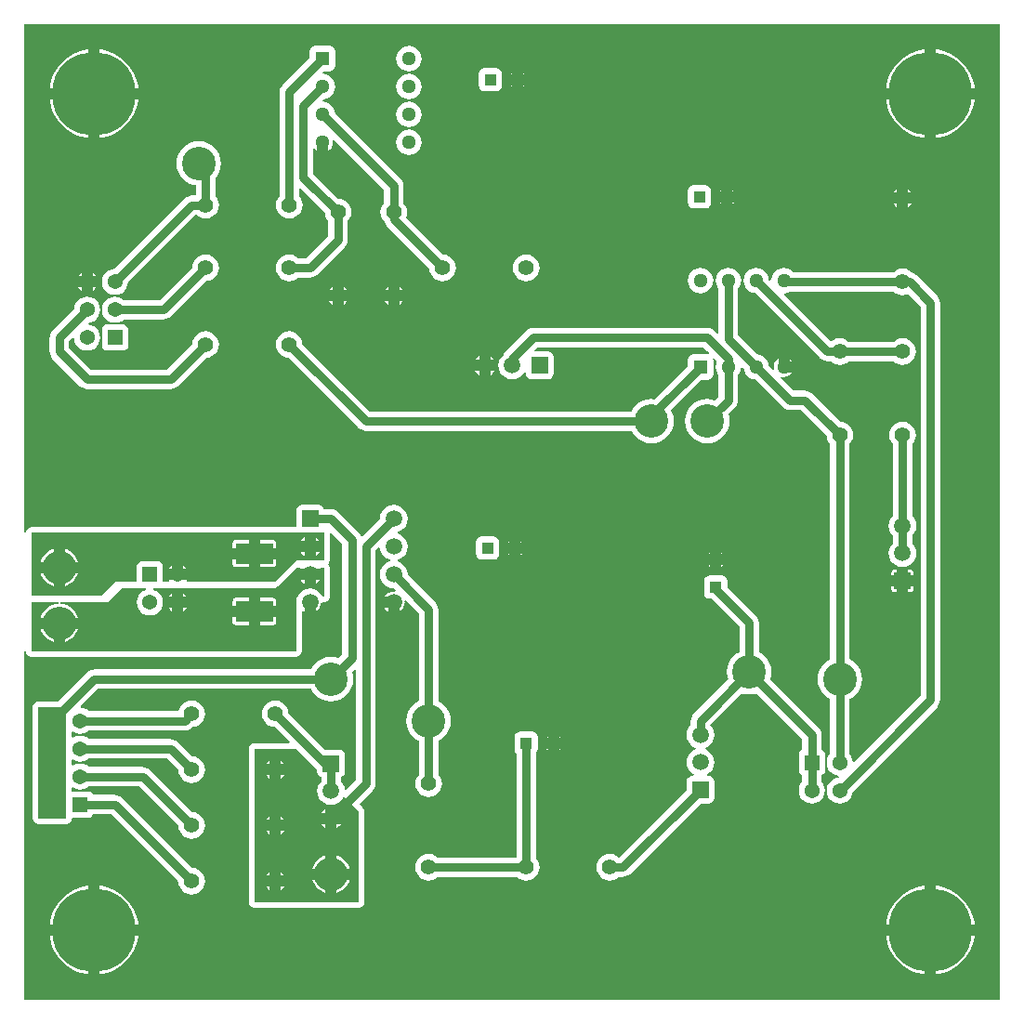
<source format=gbr>
G04 Layer_Physical_Order=1*
G04 Layer_Color=255*
%FSLAX23Y23*%
%MOIN*%
%TF.FileFunction,Copper,L1,Top,Signal*%
%TF.Part,Single*%
G01*
G75*
%TA.AperFunction,SMDPad,CuDef*%
%ADD10R,0.135X0.076*%
%TA.AperFunction,Conductor*%
%ADD11C,0.030*%
%ADD12R,0.100X0.400*%
%TA.AperFunction,ViaPad*%
%ADD13C,0.300*%
%ADD14C,0.120*%
%TA.AperFunction,ComponentPad*%
%ADD15R,0.043X0.043*%
%ADD16C,0.043*%
%ADD17R,0.043X0.043*%
%ADD18C,0.055*%
%ADD19C,0.059*%
%ADD20R,0.059X0.059*%
%ADD21C,0.054*%
%ADD22R,0.054X0.054*%
%ADD23R,0.059X0.059*%
%ADD24C,0.051*%
%ADD25R,0.051X0.051*%
%ADD26C,0.059*%
%ADD27R,0.059X0.059*%
%ADD28R,0.051X0.051*%
G36*
X2050Y1825D02*
Y1817D01*
X2052Y1809D01*
X2056Y1803D01*
X2063Y1799D01*
X2065Y1798D01*
Y1784D01*
X2065Y1784D01*
X2057Y1773D01*
X2052Y1761D01*
X2050Y1748D01*
X2052Y1736D01*
X2057Y1724D01*
X2065Y1713D01*
X2075Y1705D01*
X2087Y1700D01*
X2100Y1699D01*
X2113Y1700D01*
X2125Y1705D01*
X2135Y1713D01*
X2143Y1724D01*
X2144Y1725D01*
X2149Y1726D01*
X2200Y1675D01*
Y1350D01*
X1825Y1350D01*
Y1900D01*
X1975D01*
X2050Y1825D01*
D02*
G37*
G36*
X2075Y2446D02*
X2070Y2445D01*
X2068Y2450D01*
X2060Y2460D01*
X2050Y2468D01*
X2038Y2473D01*
X2025Y2475D01*
X2012Y2473D01*
X2000Y2468D01*
X1990Y2460D01*
X1982Y2450D01*
X1977Y2438D01*
X1975Y2425D01*
X1975D01*
Y2250D01*
X1025D01*
Y2425D01*
X1121D01*
X1122Y2420D01*
X1111Y2419D01*
X1098Y2415D01*
X1086Y2408D01*
X1075Y2400D01*
X1067Y2389D01*
X1060Y2377D01*
X1058Y2370D01*
X1125D01*
X1192D01*
X1190Y2377D01*
X1183Y2389D01*
X1175Y2400D01*
X1164Y2408D01*
X1152Y2415D01*
X1139Y2419D01*
X1128Y2420D01*
X1129Y2425D01*
X1300D01*
X1350Y2475D01*
X1436D01*
X1437Y2470D01*
X1426Y2466D01*
X1417Y2458D01*
X1409Y2449D01*
X1405Y2437D01*
X1403Y2425D01*
X1405Y2413D01*
X1409Y2401D01*
X1417Y2392D01*
X1426Y2384D01*
X1438Y2380D01*
X1450Y2378D01*
X1462Y2380D01*
X1474Y2384D01*
X1483Y2392D01*
X1491Y2401D01*
X1495Y2413D01*
X1497Y2425D01*
X1495Y2437D01*
X1491Y2449D01*
X1483Y2458D01*
X1474Y2466D01*
X1463Y2470D01*
X1464Y2475D01*
X1900D01*
X1906Y2481D01*
X1908Y2481D01*
X1914Y2486D01*
X1978Y2550D01*
X1989D01*
X1991Y2546D01*
X1991Y2545D01*
X2059D01*
X2059Y2546D01*
X2061Y2550D01*
X2075D01*
Y2446D01*
D02*
G37*
G36*
X4500Y1000D02*
X1000D01*
Y2250D01*
X1005Y2250D01*
X1006Y2242D01*
X1011Y2236D01*
X1017Y2231D01*
X1025Y2230D01*
X1975D01*
X1983Y2231D01*
X1989Y2236D01*
X1994Y2242D01*
X1995Y2250D01*
Y2392D01*
X2000Y2394D01*
X2005Y2391D01*
Y2425D01*
X2045D01*
Y2391D01*
X2053Y2397D01*
X2060Y2405D01*
X2063Y2415D01*
X2064Y2421D01*
X2065Y2422D01*
X2070Y2425D01*
X2070Y2425D01*
X2072Y2425D01*
X2074D01*
X2079Y2426D01*
X2081Y2427D01*
X2083Y2427D01*
X2084Y2428D01*
X2086Y2429D01*
X2088Y2431D01*
X2089Y2432D01*
X2090Y2433D01*
X2092Y2435D01*
X2092Y2437D01*
X2094Y2438D01*
X2094Y2440D01*
X2095Y2442D01*
Y2444D01*
X2095Y2446D01*
Y2550D01*
X2094Y2558D01*
X2090Y2562D01*
X2094Y2567D01*
X2095Y2575D01*
Y2673D01*
X2100Y2676D01*
X2140Y2636D01*
Y2239D01*
X2126Y2225D01*
X2116Y2229D01*
X2100Y2230D01*
X2084Y2229D01*
X2069Y2224D01*
X2056Y2217D01*
X2043Y2207D01*
X2033Y2194D01*
X2028Y2185D01*
X1250D01*
X1245Y2184D01*
X1241Y2184D01*
X1237Y2182D01*
X1233Y2180D01*
X1225Y2175D01*
X1121Y2070D01*
X1050D01*
X1042Y2069D01*
X1036Y2064D01*
X1031Y2058D01*
X1030Y2050D01*
Y1650D01*
X1031Y1642D01*
X1036Y1636D01*
X1042Y1631D01*
X1050Y1630D01*
X1150D01*
X1158Y1631D01*
X1164Y1636D01*
X1169Y1642D01*
X1170Y1649D01*
X1173Y1653D01*
X1227D01*
X1235Y1654D01*
X1241Y1659D01*
X1245Y1665D01*
X1311D01*
X1553Y1423D01*
X1554Y1413D01*
X1559Y1401D01*
X1566Y1391D01*
X1576Y1384D01*
X1588Y1379D01*
X1600Y1377D01*
X1612Y1379D01*
X1624Y1384D01*
X1634Y1391D01*
X1641Y1401D01*
X1646Y1413D01*
X1648Y1425D01*
X1646Y1437D01*
X1641Y1449D01*
X1634Y1459D01*
X1624Y1466D01*
X1612Y1471D01*
X1602Y1472D01*
X1350Y1725D01*
X1342Y1730D01*
X1334Y1734D01*
X1330Y1734D01*
X1325Y1735D01*
X1245D01*
X1241Y1741D01*
X1235Y1746D01*
X1227Y1747D01*
X1173D01*
X1170Y1749D01*
Y1759D01*
X1175Y1761D01*
X1176Y1759D01*
X1188Y1755D01*
X1200Y1753D01*
X1212Y1755D01*
X1224Y1759D01*
X1231Y1765D01*
X1411D01*
X1553Y1623D01*
X1554Y1613D01*
X1559Y1601D01*
X1566Y1591D01*
X1576Y1584D01*
X1588Y1579D01*
X1600Y1577D01*
X1612Y1579D01*
X1624Y1584D01*
X1634Y1591D01*
X1641Y1601D01*
X1646Y1613D01*
X1648Y1625D01*
X1646Y1637D01*
X1641Y1649D01*
X1634Y1659D01*
X1624Y1666D01*
X1612Y1671D01*
X1602Y1672D01*
X1450Y1825D01*
X1442Y1830D01*
X1434Y1834D01*
X1430Y1834D01*
X1425Y1835D01*
X1231D01*
X1224Y1841D01*
X1212Y1845D01*
X1200Y1847D01*
X1188Y1845D01*
X1176Y1841D01*
X1175Y1839D01*
X1170Y1841D01*
Y1859D01*
X1175Y1861D01*
X1176Y1859D01*
X1188Y1855D01*
X1200Y1853D01*
X1212Y1855D01*
X1224Y1859D01*
X1231Y1865D01*
X1511D01*
X1553Y1823D01*
X1554Y1813D01*
X1559Y1801D01*
X1566Y1791D01*
X1576Y1784D01*
X1588Y1779D01*
X1600Y1777D01*
X1612Y1779D01*
X1624Y1784D01*
X1634Y1791D01*
X1641Y1801D01*
X1646Y1813D01*
X1648Y1825D01*
X1646Y1837D01*
X1641Y1849D01*
X1634Y1859D01*
X1624Y1866D01*
X1612Y1871D01*
X1602Y1872D01*
X1550Y1925D01*
X1542Y1930D01*
X1534Y1934D01*
X1530Y1934D01*
X1525Y1935D01*
X1231D01*
X1224Y1941D01*
X1212Y1945D01*
X1200Y1947D01*
X1188Y1945D01*
X1176Y1941D01*
X1175Y1939D01*
X1170Y1941D01*
Y1959D01*
X1175Y1961D01*
X1176Y1959D01*
X1188Y1955D01*
X1200Y1953D01*
X1212Y1955D01*
X1224Y1959D01*
X1231Y1965D01*
X1575D01*
X1580Y1966D01*
X1584Y1966D01*
X1592Y1970D01*
X1600Y1975D01*
X1602Y1978D01*
X1612Y1979D01*
X1624Y1984D01*
X1634Y1991D01*
X1641Y2001D01*
X1646Y2013D01*
X1648Y2025D01*
X1646Y2037D01*
X1641Y2049D01*
X1634Y2059D01*
X1624Y2066D01*
X1612Y2071D01*
X1600Y2073D01*
X1588Y2071D01*
X1576Y2066D01*
X1566Y2059D01*
X1559Y2049D01*
X1554Y2037D01*
X1554Y2035D01*
X1231D01*
X1224Y2041D01*
X1212Y2045D01*
X1203Y2047D01*
X1201Y2052D01*
X1264Y2115D01*
X2028D01*
X2033Y2106D01*
X2043Y2093D01*
X2056Y2083D01*
X2069Y2076D01*
X2084Y2071D01*
X2100Y2070D01*
X2116Y2071D01*
X2131Y2076D01*
X2144Y2083D01*
X2157Y2093D01*
X2167Y2106D01*
X2174Y2119D01*
X2179Y2134D01*
X2180Y2150D01*
X2179Y2166D01*
X2175Y2176D01*
X2185Y2186D01*
X2190Y2184D01*
Y1789D01*
X2154Y1753D01*
X2149Y1755D01*
X2148Y1761D01*
X2143Y1773D01*
X2135Y1784D01*
X2135Y1784D01*
Y1798D01*
X2137Y1799D01*
X2144Y1803D01*
X2148Y1809D01*
X2150Y1817D01*
Y1877D01*
X2148Y1884D01*
X2144Y1891D01*
X2137Y1895D01*
X2130Y1897D01*
X2078D01*
X1947Y2027D01*
X1946Y2037D01*
X1941Y2049D01*
X1934Y2059D01*
X1924Y2066D01*
X1912Y2071D01*
X1900Y2073D01*
X1888Y2071D01*
X1876Y2066D01*
X1866Y2059D01*
X1859Y2049D01*
X1854Y2037D01*
X1852Y2025D01*
X1854Y2013D01*
X1859Y2001D01*
X1866Y1991D01*
X1876Y1984D01*
X1888Y1979D01*
X1898Y1978D01*
X1951Y1925D01*
X1949Y1920D01*
X1825D01*
X1817Y1919D01*
X1811Y1914D01*
X1806Y1908D01*
X1805Y1900D01*
Y1350D01*
X1806Y1342D01*
X1811Y1336D01*
X1817Y1331D01*
X1825Y1330D01*
X2200Y1330D01*
X2208Y1331D01*
X2214Y1336D01*
X2219Y1342D01*
X2220Y1350D01*
Y1675D01*
X2219Y1683D01*
X2214Y1689D01*
X2201Y1702D01*
X2250Y1750D01*
X2255Y1758D01*
X2259Y1766D01*
X2260Y1775D01*
Y2611D01*
X2271Y2621D01*
X2276Y2620D01*
X2277Y2612D01*
X2282Y2600D01*
X2290Y2590D01*
X2300Y2582D01*
X2311Y2578D01*
X2311Y2577D01*
Y2573D01*
X2311Y2572D01*
X2300Y2568D01*
X2290Y2560D01*
X2282Y2550D01*
X2277Y2538D01*
X2275Y2525D01*
X2277Y2512D01*
X2282Y2500D01*
X2290Y2490D01*
X2300Y2482D01*
X2312Y2477D01*
X2325Y2475D01*
X2325Y2475D01*
X2331Y2469D01*
X2329Y2464D01*
X2325Y2465D01*
X2315Y2463D01*
X2305Y2460D01*
X2297Y2453D01*
X2291Y2445D01*
X2325D01*
Y2425D01*
X2345D01*
Y2391D01*
X2353Y2397D01*
X2360Y2405D01*
X2363Y2415D01*
X2365Y2425D01*
X2364Y2429D01*
X2369Y2431D01*
X2415Y2386D01*
Y2072D01*
X2406Y2067D01*
X2393Y2057D01*
X2383Y2044D01*
X2376Y2031D01*
X2371Y2016D01*
X2370Y2000D01*
X2371Y1984D01*
X2376Y1969D01*
X2383Y1956D01*
X2393Y1943D01*
X2406Y1933D01*
X2415Y1928D01*
Y1807D01*
X2409Y1799D01*
X2404Y1787D01*
X2402Y1775D01*
X2404Y1763D01*
X2409Y1751D01*
X2416Y1741D01*
X2426Y1734D01*
X2438Y1729D01*
X2450Y1727D01*
X2462Y1729D01*
X2474Y1734D01*
X2484Y1741D01*
X2491Y1751D01*
X2496Y1763D01*
X2498Y1775D01*
X2496Y1787D01*
X2491Y1799D01*
X2485Y1807D01*
Y1928D01*
X2494Y1933D01*
X2507Y1943D01*
X2517Y1956D01*
X2524Y1969D01*
X2529Y1984D01*
X2530Y2000D01*
X2529Y2016D01*
X2524Y2031D01*
X2517Y2044D01*
X2507Y2057D01*
X2494Y2067D01*
X2485Y2072D01*
Y2400D01*
X2484Y2409D01*
X2480Y2417D01*
X2475Y2425D01*
X2375Y2525D01*
X2375Y2525D01*
X2373Y2538D01*
X2368Y2550D01*
X2360Y2560D01*
X2350Y2568D01*
X2339Y2572D01*
X2339Y2573D01*
Y2577D01*
X2339Y2578D01*
X2350Y2582D01*
X2360Y2590D01*
X2368Y2600D01*
X2373Y2612D01*
X2375Y2625D01*
X2373Y2638D01*
X2368Y2650D01*
X2360Y2660D01*
X2350Y2668D01*
X2339Y2672D01*
X2339Y2673D01*
Y2677D01*
X2339Y2678D01*
X2350Y2682D01*
X2360Y2690D01*
X2368Y2700D01*
X2373Y2712D01*
X2375Y2725D01*
X2373Y2738D01*
X2368Y2750D01*
X2360Y2760D01*
X2350Y2768D01*
X2338Y2773D01*
X2325Y2775D01*
X2312Y2773D01*
X2300Y2768D01*
X2290Y2760D01*
X2282Y2750D01*
X2277Y2738D01*
X2275Y2725D01*
X2275Y2725D01*
X2213Y2662D01*
X2207Y2663D01*
X2205Y2667D01*
X2200Y2675D01*
X2125Y2750D01*
X2117Y2755D01*
X2109Y2759D01*
X2105Y2759D01*
X2100Y2760D01*
X2073D01*
X2073Y2762D01*
X2069Y2769D01*
X2062Y2773D01*
X2055Y2775D01*
X1995D01*
X1988Y2773D01*
X1981Y2769D01*
X1977Y2762D01*
X1975Y2754D01*
Y2695D01*
X1975Y2695D01*
X1750Y2695D01*
X1025Y2695D01*
X1017Y2694D01*
X1011Y2689D01*
X1006Y2683D01*
X1005Y2675D01*
X1000Y2675D01*
Y4500D01*
X4500D01*
Y1000D01*
D02*
G37*
G36*
X2075Y2575D02*
X1975D01*
X1900Y2500D01*
X1583D01*
X1581Y2504D01*
X1581Y2505D01*
X1550D01*
X1519D01*
X1519Y2504D01*
X1517Y2500D01*
X1497D01*
Y2552D01*
X1496Y2560D01*
X1491Y2566D01*
X1485Y2571D01*
X1477Y2572D01*
X1423D01*
X1415Y2571D01*
X1409Y2566D01*
X1404Y2560D01*
X1403Y2552D01*
Y2500D01*
X1325D01*
X1275Y2450D01*
X1025Y2450D01*
X1025Y2675D01*
X1750Y2675D01*
X2075Y2675D01*
Y2575D01*
D02*
G37*
%LPC*%
G36*
X1880Y1405D02*
X1868D01*
X1873Y1398D01*
X1880Y1393D01*
Y1405D01*
D02*
G37*
G36*
X1932D02*
X1920D01*
Y1393D01*
X1927Y1398D01*
X1932Y1405D01*
D02*
G37*
G36*
X2080Y1430D02*
X2033D01*
X2035Y1423D01*
X2042Y1411D01*
X2050Y1400D01*
X2061Y1392D01*
X2073Y1385D01*
X2080Y1383D01*
Y1430D01*
D02*
G37*
G36*
X2167D02*
X2120D01*
Y1383D01*
X2127Y1385D01*
X2139Y1392D01*
X2150Y1400D01*
X2158Y1411D01*
X2165Y1423D01*
X2167Y1430D01*
D02*
G37*
G36*
X2080Y1517D02*
X2073Y1515D01*
X2061Y1508D01*
X2050Y1500D01*
X2042Y1489D01*
X2035Y1477D01*
X2033Y1470D01*
X2080D01*
Y1517D01*
D02*
G37*
G36*
X2120D02*
Y1470D01*
X2167D01*
X2165Y1477D01*
X2158Y1489D01*
X2150Y1500D01*
X2139Y1508D01*
X2127Y1515D01*
X2120Y1517D01*
D02*
G37*
G36*
X1880Y1457D02*
X1873Y1452D01*
X1868Y1445D01*
X1880D01*
Y1457D01*
D02*
G37*
G36*
X1920D02*
Y1445D01*
X1932D01*
X1927Y1452D01*
X1920Y1457D01*
D02*
G37*
G36*
X1880Y1805D02*
X1868D01*
X1873Y1798D01*
X1880Y1793D01*
Y1805D01*
D02*
G37*
G36*
X1932D02*
X1920D01*
Y1793D01*
X1927Y1798D01*
X1932Y1805D01*
D02*
G37*
G36*
X2120Y1685D02*
Y1670D01*
X2135D01*
X2135Y1670D01*
X2128Y1678D01*
X2120Y1685D01*
X2120Y1685D01*
D02*
G37*
G36*
X1880Y1857D02*
X1873Y1852D01*
X1868Y1845D01*
X1880D01*
Y1857D01*
D02*
G37*
G36*
X1920D02*
Y1845D01*
X1932D01*
X1927Y1852D01*
X1920Y1857D01*
D02*
G37*
G36*
X1932Y1605D02*
X1920D01*
Y1593D01*
X1927Y1598D01*
X1932Y1605D01*
D02*
G37*
G36*
X2080Y1630D02*
X2065D01*
X2065Y1630D01*
X2072Y1622D01*
X2080Y1615D01*
X2080Y1615D01*
Y1630D01*
D02*
G37*
G36*
X1880Y1605D02*
X1868D01*
X1873Y1598D01*
X1880Y1593D01*
Y1605D01*
D02*
G37*
G36*
X1920Y1657D02*
Y1645D01*
X1932D01*
X1927Y1652D01*
X1920Y1657D01*
D02*
G37*
G36*
X2080Y1685D02*
X2080Y1685D01*
X2072Y1678D01*
X2065Y1670D01*
X2065Y1670D01*
X2080D01*
Y1685D01*
D02*
G37*
G36*
X2135Y1630D02*
X2120D01*
Y1615D01*
X2120Y1615D01*
X2128Y1622D01*
X2135Y1630D01*
X2135Y1630D01*
D02*
G37*
G36*
X1880Y1657D02*
X1873Y1652D01*
X1868Y1645D01*
X1880D01*
Y1657D01*
D02*
G37*
G36*
X1892Y2441D02*
X1845D01*
Y2412D01*
X1903D01*
Y2430D01*
X1902Y2434D01*
X1900Y2438D01*
X1896Y2440D01*
X1892Y2441D01*
D02*
G37*
G36*
X1805D02*
X1758D01*
X1754Y2440D01*
X1750Y2438D01*
X1748Y2434D01*
X1747Y2430D01*
Y2412D01*
X1805D01*
Y2441D01*
D02*
G37*
G36*
X1530Y2456D02*
X1524Y2451D01*
X1519Y2445D01*
X1530D01*
Y2456D01*
D02*
G37*
G36*
X1570D02*
Y2445D01*
X1581D01*
X1576Y2451D01*
X1570Y2456D01*
D02*
G37*
G36*
X1903Y2372D02*
X1845D01*
Y2344D01*
X1892D01*
X1896Y2345D01*
X1900Y2347D01*
X1902Y2350D01*
X1903Y2354D01*
Y2372D01*
D02*
G37*
G36*
X1805D02*
X1747D01*
Y2354D01*
X1748Y2350D01*
X1750Y2347D01*
X1754Y2345D01*
X1758Y2344D01*
X1805D01*
Y2372D01*
D02*
G37*
G36*
X1192Y2330D02*
X1145D01*
Y2283D01*
X1152Y2285D01*
X1164Y2292D01*
X1175Y2300D01*
X1183Y2311D01*
X1190Y2323D01*
X1192Y2330D01*
D02*
G37*
G36*
X1581Y2405D02*
X1570D01*
Y2394D01*
X1576Y2399D01*
X1581Y2405D01*
D02*
G37*
G36*
X1530D02*
X1519D01*
X1524Y2399D01*
X1530Y2394D01*
Y2405D01*
D02*
G37*
G36*
X1105Y2330D02*
X1058D01*
X1060Y2323D01*
X1067Y2311D01*
X1075Y2300D01*
X1086Y2292D01*
X1098Y2285D01*
X1105Y2283D01*
Y2330D01*
D02*
G37*
G36*
X2005Y2505D02*
X1991D01*
X1997Y2497D01*
X2005Y2491D01*
Y2505D01*
D02*
G37*
G36*
X2059D02*
X2045D01*
Y2491D01*
X2053Y2497D01*
X2059Y2505D01*
D02*
G37*
G36*
X2918Y1945D02*
Y1940D01*
X2923D01*
X2921Y1943D01*
X2918Y1945D01*
D02*
G37*
G36*
X2878D02*
X2876Y1943D01*
X2874Y1940D01*
X2878D01*
Y1945D01*
D02*
G37*
G36*
X4130Y2483D02*
X4110D01*
Y2473D01*
X4111Y2470D01*
X4113Y2466D01*
X4116Y2464D01*
X4120Y2463D01*
X4130D01*
Y2483D01*
D02*
G37*
G36*
X2305Y2405D02*
X2291D01*
X2297Y2397D01*
X2305Y2391D01*
Y2405D01*
D02*
G37*
G36*
X4190Y2483D02*
X4170D01*
Y2463D01*
X4180D01*
X4184Y2464D01*
X4187Y2466D01*
X4189Y2470D01*
X4190Y2473D01*
Y2483D01*
D02*
G37*
G36*
X4150Y3073D02*
X4138Y3071D01*
X4126Y3066D01*
X4116Y3059D01*
X4109Y3049D01*
X4104Y3037D01*
X4102Y3025D01*
X4104Y3013D01*
X4109Y3001D01*
X4115Y2993D01*
Y2735D01*
X4115Y2735D01*
X4107Y2725D01*
X4102Y2713D01*
X4100Y2700D01*
X4102Y2687D01*
X4107Y2675D01*
X4115Y2665D01*
X4115Y2665D01*
Y2637D01*
X4115Y2637D01*
X4107Y2626D01*
X4102Y2614D01*
X4100Y2602D01*
X4102Y2589D01*
X4107Y2577D01*
X4115Y2566D01*
X4125Y2558D01*
X4137Y2553D01*
X4150Y2552D01*
X4163Y2553D01*
X4175Y2558D01*
X4185Y2566D01*
X4193Y2577D01*
X4198Y2589D01*
X4200Y2602D01*
X4198Y2614D01*
X4193Y2626D01*
X4185Y2637D01*
X4185Y2637D01*
Y2665D01*
X4185Y2665D01*
X4193Y2675D01*
X4198Y2687D01*
X4200Y2700D01*
X4198Y2713D01*
X4193Y2725D01*
X4185Y2735D01*
X4185Y2735D01*
Y2993D01*
X4191Y3001D01*
X4196Y3013D01*
X4198Y3025D01*
X4196Y3037D01*
X4191Y3049D01*
X4184Y3059D01*
X4174Y3066D01*
X4162Y3071D01*
X4150Y3073D01*
D02*
G37*
G36*
X3505Y2558D02*
X3500D01*
Y2554D01*
X3503Y2556D01*
X3505Y2558D01*
D02*
G37*
G36*
X3460D02*
X3455D01*
X3457Y2556D01*
X3460Y2554D01*
Y2558D01*
D02*
G37*
G36*
X4180Y2543D02*
X4170D01*
Y2523D01*
X4190D01*
Y2533D01*
X4189Y2537D01*
X4187Y2540D01*
X4184Y2542D01*
X4180Y2543D01*
D02*
G37*
G36*
X4130D02*
X4120D01*
X4116Y2542D01*
X4113Y2540D01*
X4111Y2537D01*
X4110Y2533D01*
Y2523D01*
X4130D01*
Y2543D01*
D02*
G37*
G36*
X4230Y1230D02*
X4091D01*
X4091Y1225D01*
X4097Y1200D01*
X4107Y1177D01*
X4120Y1156D01*
X4137Y1137D01*
X4156Y1120D01*
X4177Y1107D01*
X4200Y1097D01*
X4225Y1091D01*
X4230Y1091D01*
Y1230D01*
D02*
G37*
G36*
X4409D02*
X4270D01*
Y1091D01*
X4275Y1091D01*
X4300Y1097D01*
X4323Y1107D01*
X4344Y1120D01*
X4363Y1137D01*
X4380Y1156D01*
X4393Y1177D01*
X4403Y1200D01*
X4409Y1225D01*
X4409Y1230D01*
D02*
G37*
G36*
X1230D02*
X1091D01*
X1091Y1225D01*
X1097Y1200D01*
X1107Y1177D01*
X1120Y1156D01*
X1137Y1137D01*
X1156Y1120D01*
X1177Y1107D01*
X1200Y1097D01*
X1225Y1091D01*
X1230Y1091D01*
Y1230D01*
D02*
G37*
G36*
X1409D02*
X1270D01*
Y1091D01*
X1275Y1091D01*
X1300Y1097D01*
X1323Y1107D01*
X1344Y1120D01*
X1363Y1137D01*
X1380Y1156D01*
X1393Y1177D01*
X1403Y1200D01*
X1409Y1225D01*
X1409Y1230D01*
D02*
G37*
G36*
X4230Y1409D02*
X4225Y1409D01*
X4200Y1403D01*
X4177Y1393D01*
X4156Y1380D01*
X4137Y1363D01*
X4120Y1344D01*
X4107Y1323D01*
X4097Y1300D01*
X4091Y1275D01*
X4091Y1270D01*
X4230D01*
Y1409D01*
D02*
G37*
G36*
X4270D02*
Y1270D01*
X4409D01*
X4409Y1275D01*
X4403Y1300D01*
X4393Y1323D01*
X4380Y1344D01*
X4363Y1363D01*
X4344Y1380D01*
X4323Y1393D01*
X4300Y1403D01*
X4275Y1409D01*
X4270Y1409D01*
D02*
G37*
G36*
X1230D02*
X1225Y1409D01*
X1200Y1403D01*
X1177Y1393D01*
X1156Y1380D01*
X1137Y1363D01*
X1120Y1344D01*
X1107Y1323D01*
X1097Y1300D01*
X1091Y1275D01*
X1091Y1270D01*
X1230D01*
Y1409D01*
D02*
G37*
G36*
X1270D02*
Y1270D01*
X1409D01*
X1409Y1275D01*
X1403Y1300D01*
X1393Y1323D01*
X1380Y1344D01*
X1363Y1363D01*
X1344Y1380D01*
X1323Y1393D01*
X1300Y1403D01*
X1275Y1409D01*
X1270Y1409D01*
D02*
G37*
G36*
X3502Y2522D02*
X3458D01*
X3451Y2520D01*
X3444Y2516D01*
X3440Y2509D01*
X3438Y2502D01*
Y2458D01*
X3440Y2451D01*
X3444Y2444D01*
X3451Y2440D01*
X3458Y2438D01*
X3465D01*
X3565Y2338D01*
Y2247D01*
X3556Y2242D01*
X3543Y2232D01*
X3533Y2219D01*
X3526Y2206D01*
X3521Y2191D01*
X3520Y2175D01*
X3521Y2159D01*
X3525Y2149D01*
X3400Y2025D01*
X3395Y2017D01*
X3391Y2009D01*
X3391Y2005D01*
X3390Y2000D01*
Y1985D01*
X3390Y1985D01*
X3382Y1975D01*
X3377Y1963D01*
X3375Y1950D01*
X3377Y1937D01*
X3382Y1925D01*
X3390Y1915D01*
X3400Y1907D01*
X3408Y1903D01*
Y1898D01*
X3400Y1895D01*
X3390Y1887D01*
X3382Y1876D01*
X3377Y1864D01*
X3375Y1852D01*
X3377Y1839D01*
X3382Y1827D01*
X3390Y1816D01*
X3400Y1808D01*
X3401Y1808D01*
X3400Y1803D01*
X3395D01*
X3388Y1801D01*
X3381Y1797D01*
X3377Y1791D01*
X3375Y1783D01*
Y1753D01*
X3132Y1510D01*
X3132D01*
X3124Y1516D01*
X3112Y1521D01*
X3100Y1523D01*
X3088Y1521D01*
X3076Y1516D01*
X3066Y1509D01*
X3059Y1499D01*
X3054Y1487D01*
X3052Y1475D01*
X3054Y1463D01*
X3059Y1451D01*
X3066Y1441D01*
X3076Y1434D01*
X3088Y1429D01*
X3100Y1427D01*
X3112Y1429D01*
X3124Y1434D01*
X3132Y1440D01*
X3147D01*
X3151Y1441D01*
X3156Y1441D01*
X3164Y1445D01*
X3172Y1450D01*
X3425Y1703D01*
X3455D01*
X3462Y1705D01*
X3469Y1709D01*
X3473Y1716D01*
X3475Y1723D01*
Y1783D01*
X3473Y1791D01*
X3469Y1797D01*
X3462Y1801D01*
X3455Y1803D01*
X3450D01*
X3449Y1808D01*
X3450Y1808D01*
X3460Y1816D01*
X3468Y1827D01*
X3473Y1839D01*
X3475Y1852D01*
X3473Y1864D01*
X3468Y1876D01*
X3460Y1887D01*
X3450Y1895D01*
X3442Y1898D01*
Y1903D01*
X3450Y1907D01*
X3460Y1915D01*
X3468Y1925D01*
X3473Y1937D01*
X3475Y1950D01*
X3473Y1963D01*
X3468Y1975D01*
X3460Y1985D01*
X3463Y1989D01*
X3574Y2100D01*
X3584Y2096D01*
X3600Y2095D01*
X3616Y2096D01*
X3626Y2100D01*
X3790Y1936D01*
Y1895D01*
X3784Y1891D01*
X3779Y1885D01*
X3778Y1877D01*
Y1823D01*
X3779Y1815D01*
X3784Y1809D01*
X3790Y1805D01*
Y1781D01*
X3784Y1774D01*
X3780Y1762D01*
X3778Y1750D01*
X3780Y1738D01*
X3784Y1726D01*
X3792Y1717D01*
X3801Y1709D01*
X3813Y1705D01*
X3825Y1703D01*
X3837Y1705D01*
X3849Y1709D01*
X3858Y1717D01*
X3866Y1726D01*
X3870Y1738D01*
X3872Y1750D01*
X3870Y1762D01*
X3866Y1774D01*
X3860Y1781D01*
Y1805D01*
X3866Y1809D01*
X3871Y1815D01*
X3872Y1823D01*
Y1877D01*
X3871Y1885D01*
X3866Y1891D01*
X3860Y1895D01*
Y1950D01*
X3859Y1959D01*
X3855Y1967D01*
X3850Y1975D01*
X3675Y2149D01*
X3679Y2159D01*
X3680Y2175D01*
X3679Y2191D01*
X3674Y2206D01*
X3667Y2219D01*
X3657Y2232D01*
X3644Y2242D01*
X3635Y2247D01*
Y2352D01*
X3634Y2361D01*
X3630Y2370D01*
X3625Y2377D01*
X3522Y2480D01*
Y2502D01*
X3520Y2509D01*
X3516Y2516D01*
X3509Y2520D01*
X3502Y2522D01*
D02*
G37*
G36*
X2878Y1900D02*
X2874D01*
X2876Y1897D01*
X2878Y1895D01*
Y1900D01*
D02*
G37*
G36*
X2923D02*
X2918D01*
Y1895D01*
X2921Y1897D01*
X2923Y1900D01*
D02*
G37*
G36*
X2822Y1962D02*
X2778D01*
X2771Y1960D01*
X2764Y1956D01*
X2760Y1949D01*
X2758Y1942D01*
Y1898D01*
X2760Y1891D01*
X2764Y1884D01*
X2765Y1884D01*
Y1510D01*
X2482D01*
X2474Y1516D01*
X2462Y1521D01*
X2450Y1523D01*
X2438Y1521D01*
X2426Y1516D01*
X2416Y1509D01*
X2409Y1499D01*
X2404Y1487D01*
X2402Y1475D01*
X2404Y1463D01*
X2409Y1451D01*
X2416Y1441D01*
X2426Y1434D01*
X2438Y1429D01*
X2450Y1427D01*
X2462Y1429D01*
X2474Y1434D01*
X2482Y1440D01*
X2768D01*
X2776Y1434D01*
X2788Y1429D01*
X2800Y1427D01*
X2812Y1429D01*
X2824Y1434D01*
X2834Y1441D01*
X2841Y1451D01*
X2846Y1463D01*
X2848Y1475D01*
X2846Y1487D01*
X2841Y1499D01*
X2835Y1507D01*
Y1884D01*
X2836Y1884D01*
X2840Y1891D01*
X2842Y1898D01*
Y1942D01*
X2840Y1949D01*
X2836Y1956D01*
X2829Y1960D01*
X2822Y1962D01*
D02*
G37*
G36*
X3545Y3860D02*
X3540D01*
Y3855D01*
X3543Y3857D01*
X3545Y3860D01*
D02*
G37*
G36*
X4130Y3907D02*
X4123Y3902D01*
X4118Y3895D01*
X4130D01*
Y3907D01*
D02*
G37*
G36*
X4182Y3855D02*
X4170D01*
Y3843D01*
X4177Y3848D01*
X4182Y3855D01*
D02*
G37*
G36*
X3500Y3860D02*
X3495D01*
X3497Y3857D01*
X3500Y3855D01*
Y3860D01*
D02*
G37*
G36*
X3540Y3905D02*
Y3900D01*
X3545D01*
X3543Y3903D01*
X3540Y3905D01*
D02*
G37*
G36*
X2380Y4121D02*
X2368Y4119D01*
X2357Y4115D01*
X2348Y4107D01*
X2340Y4098D01*
X2336Y4087D01*
X2334Y4075D01*
X2336Y4063D01*
X2340Y4052D01*
X2348Y4043D01*
X2357Y4035D01*
X2368Y4031D01*
X2380Y4029D01*
X2392Y4031D01*
X2403Y4035D01*
X2412Y4043D01*
X2420Y4052D01*
X2424Y4063D01*
X2426Y4075D01*
X2424Y4087D01*
X2420Y4098D01*
X2412Y4107D01*
X2403Y4115D01*
X2392Y4119D01*
X2380Y4121D01*
D02*
G37*
G36*
X4170Y3907D02*
Y3895D01*
X4182D01*
X4177Y3902D01*
X4170Y3907D01*
D02*
G37*
G36*
X3500Y3905D02*
X3497Y3903D01*
X3495Y3900D01*
X3500D01*
Y3905D01*
D02*
G37*
G36*
X3725Y3626D02*
X3713Y3624D01*
X3702Y3620D01*
X3693Y3612D01*
X3685Y3603D01*
X3681Y3592D01*
X3679Y3582D01*
X3674Y3580D01*
X3670Y3584D01*
X3669Y3592D01*
X3665Y3603D01*
X3657Y3612D01*
X3648Y3620D01*
X3637Y3624D01*
X3625Y3626D01*
X3613Y3624D01*
X3602Y3620D01*
X3593Y3612D01*
X3585Y3603D01*
X3581Y3592D01*
X3579Y3580D01*
X3581Y3568D01*
X3585Y3557D01*
X3593Y3548D01*
X3602Y3540D01*
X3613Y3536D01*
X3621Y3535D01*
X3855Y3300D01*
X3862Y3295D01*
X3871Y3291D01*
X3880Y3290D01*
X3893D01*
X3901Y3284D01*
X3913Y3279D01*
X3925Y3277D01*
X3937Y3279D01*
X3949Y3284D01*
X3957Y3290D01*
X4118D01*
X4126Y3284D01*
X4138Y3279D01*
X4150Y3277D01*
X4162Y3279D01*
X4174Y3284D01*
X4184Y3291D01*
X4191Y3301D01*
X4196Y3313D01*
X4198Y3325D01*
X4196Y3337D01*
X4191Y3349D01*
X4184Y3359D01*
X4174Y3366D01*
X4162Y3371D01*
X4150Y3373D01*
X4138Y3371D01*
X4126Y3366D01*
X4118Y3360D01*
X3957D01*
X3949Y3366D01*
X3937Y3371D01*
X3925Y3373D01*
X3913Y3371D01*
X3901Y3366D01*
X3894Y3361D01*
X3725Y3529D01*
X3727Y3534D01*
X3737Y3536D01*
X3747Y3540D01*
X4118D01*
X4126Y3534D01*
X4138Y3529D01*
X4150Y3527D01*
X4162Y3529D01*
X4169Y3532D01*
X4215Y3486D01*
Y2089D01*
X3977Y1851D01*
X3972Y1853D01*
X3970Y1862D01*
X3966Y1874D01*
X3960Y1881D01*
Y2078D01*
X3969Y2083D01*
X3982Y2093D01*
X3992Y2106D01*
X3999Y2119D01*
X4004Y2134D01*
X4005Y2150D01*
X4004Y2166D01*
X3999Y2181D01*
X3992Y2194D01*
X3982Y2207D01*
X3969Y2217D01*
X3960Y2222D01*
Y2993D01*
X3966Y3001D01*
X3971Y3013D01*
X3973Y3025D01*
X3971Y3037D01*
X3966Y3049D01*
X3959Y3059D01*
X3949Y3066D01*
X3937Y3071D01*
X3927Y3072D01*
X3825Y3175D01*
X3817Y3180D01*
X3809Y3184D01*
X3805Y3184D01*
X3800Y3185D01*
X3760D01*
X3714Y3231D01*
X3715Y3233D01*
X3716Y3235D01*
X3725Y3234D01*
X3734Y3235D01*
X3743Y3239D01*
X3750Y3245D01*
X3755Y3250D01*
X3725D01*
Y3270D01*
X3705D01*
Y3300D01*
X3700Y3296D01*
X3694Y3288D01*
X3690Y3279D01*
X3689Y3270D01*
X3690Y3262D01*
X3688Y3260D01*
X3686Y3259D01*
X3670Y3274D01*
X3669Y3282D01*
X3665Y3293D01*
X3657Y3302D01*
X3648Y3310D01*
X3637Y3314D01*
X3629Y3315D01*
X3560Y3385D01*
Y3551D01*
X3565Y3557D01*
X3569Y3568D01*
X3571Y3580D01*
X3569Y3592D01*
X3565Y3603D01*
X3557Y3612D01*
X3548Y3620D01*
X3537Y3624D01*
X3525Y3626D01*
X3513Y3624D01*
X3502Y3620D01*
X3493Y3612D01*
X3485Y3603D01*
X3481Y3592D01*
X3479Y3580D01*
X3481Y3568D01*
X3485Y3557D01*
X3490Y3551D01*
Y3391D01*
X3485Y3389D01*
X3475Y3400D01*
X3467Y3405D01*
X3459Y3409D01*
X3455Y3409D01*
X3450Y3410D01*
X2825D01*
X2820Y3409D01*
X2816Y3409D01*
X2808Y3405D01*
X2800Y3400D01*
X2725Y3325D01*
X2720Y3317D01*
X2718Y3312D01*
X2715Y3310D01*
X2707Y3300D01*
X2702Y3288D01*
X2700Y3275D01*
X2702Y3262D01*
X2707Y3250D01*
X2715Y3240D01*
X2725Y3232D01*
X2737Y3227D01*
X2750Y3225D01*
X2763Y3227D01*
X2775Y3232D01*
X2785Y3240D01*
X2793Y3250D01*
X2794Y3251D01*
X2799Y3250D01*
Y3245D01*
X2800Y3238D01*
X2805Y3231D01*
X2811Y3227D01*
X2819Y3225D01*
X2878D01*
X2886Y3227D01*
X2892Y3231D01*
X2897Y3238D01*
X2898Y3245D01*
Y3305D01*
X2897Y3312D01*
X2892Y3319D01*
X2886Y3323D01*
X2878Y3325D01*
X2831D01*
X2829Y3329D01*
X2839Y3340D01*
X3436D01*
X3450Y3326D01*
X3451Y3325D01*
X3455Y3320D01*
X3453Y3315D01*
X3451Y3316D01*
X3399D01*
X3392Y3314D01*
X3385Y3310D01*
X3381Y3304D01*
X3379Y3296D01*
Y3274D01*
X3260Y3154D01*
X3250Y3155D01*
X3234Y3154D01*
X3219Y3149D01*
X3206Y3142D01*
X3193Y3132D01*
X3183Y3119D01*
X3178Y3110D01*
X2239D01*
X1997Y3352D01*
X1996Y3362D01*
X1991Y3374D01*
X1984Y3384D01*
X1974Y3391D01*
X1962Y3396D01*
X1950Y3398D01*
X1938Y3396D01*
X1926Y3391D01*
X1916Y3384D01*
X1909Y3374D01*
X1904Y3362D01*
X1902Y3350D01*
X1904Y3338D01*
X1909Y3326D01*
X1916Y3316D01*
X1926Y3309D01*
X1938Y3304D01*
X1948Y3303D01*
X2200Y3050D01*
X2208Y3045D01*
X2216Y3041D01*
X2225Y3040D01*
X3178D01*
X3183Y3031D01*
X3193Y3018D01*
X3206Y3008D01*
X3219Y3001D01*
X3234Y2996D01*
X3250Y2995D01*
X3266Y2996D01*
X3281Y3001D01*
X3294Y3008D01*
X3307Y3018D01*
X3317Y3031D01*
X3324Y3044D01*
X3329Y3059D01*
X3330Y3075D01*
X3329Y3091D01*
X3324Y3106D01*
X3319Y3115D01*
X3429Y3224D01*
X3451D01*
X3458Y3226D01*
X3465Y3230D01*
X3469Y3237D01*
X3471Y3244D01*
Y3296D01*
X3470Y3298D01*
X3475Y3300D01*
X3484Y3291D01*
X3481Y3282D01*
X3479Y3270D01*
X3481Y3258D01*
X3485Y3247D01*
X3490Y3241D01*
Y3164D01*
X3476Y3150D01*
X3466Y3154D01*
X3450Y3155D01*
X3434Y3154D01*
X3419Y3149D01*
X3406Y3142D01*
X3393Y3132D01*
X3383Y3119D01*
X3376Y3106D01*
X3371Y3091D01*
X3370Y3075D01*
X3371Y3059D01*
X3376Y3044D01*
X3383Y3031D01*
X3393Y3018D01*
X3406Y3008D01*
X3419Y3001D01*
X3434Y2996D01*
X3450Y2995D01*
X3466Y2996D01*
X3481Y3001D01*
X3494Y3008D01*
X3507Y3018D01*
X3517Y3031D01*
X3524Y3044D01*
X3529Y3059D01*
X3530Y3075D01*
X3529Y3091D01*
X3525Y3101D01*
X3550Y3125D01*
X3555Y3133D01*
X3559Y3141D01*
X3559Y3145D01*
X3560Y3150D01*
Y3241D01*
X3565Y3247D01*
X3569Y3258D01*
X3571Y3268D01*
X3576Y3270D01*
X3580Y3266D01*
X3581Y3258D01*
X3585Y3247D01*
X3593Y3238D01*
X3602Y3230D01*
X3613Y3226D01*
X3621Y3225D01*
X3720Y3125D01*
X3728Y3120D01*
X3736Y3116D01*
X3745Y3115D01*
X3786D01*
X3878Y3023D01*
X3879Y3013D01*
X3884Y3001D01*
X3890Y2993D01*
Y2222D01*
X3881Y2217D01*
X3868Y2207D01*
X3858Y2194D01*
X3851Y2181D01*
X3846Y2166D01*
X3845Y2150D01*
X3846Y2134D01*
X3851Y2119D01*
X3858Y2106D01*
X3868Y2093D01*
X3881Y2083D01*
X3890Y2078D01*
Y1881D01*
X3884Y1874D01*
X3880Y1862D01*
X3878Y1850D01*
X3880Y1838D01*
X3884Y1826D01*
X3892Y1817D01*
X3901Y1809D01*
X3913Y1805D01*
X3918Y1804D01*
X3921Y1798D01*
X3919Y1796D01*
X3913Y1795D01*
X3901Y1791D01*
X3892Y1783D01*
X3884Y1774D01*
X3880Y1762D01*
X3878Y1750D01*
X3880Y1738D01*
X3884Y1726D01*
X3892Y1717D01*
X3901Y1709D01*
X3913Y1705D01*
X3925Y1703D01*
X3937Y1705D01*
X3949Y1709D01*
X3958Y1717D01*
X3966Y1726D01*
X3970Y1738D01*
X3972Y1747D01*
X4275Y2050D01*
X4280Y2058D01*
X4284Y2066D01*
X4284Y2070D01*
X4285Y2075D01*
Y3500D01*
X4284Y3505D01*
X4284Y3509D01*
X4280Y3517D01*
X4275Y3525D01*
X4200Y3600D01*
X4192Y3605D01*
X4184Y3609D01*
X4183Y3609D01*
X4174Y3616D01*
X4162Y3621D01*
X4150Y3623D01*
X4138Y3621D01*
X4126Y3616D01*
X4118Y3610D01*
X3759D01*
X3757Y3612D01*
X3748Y3620D01*
X3737Y3624D01*
X3725Y3626D01*
D02*
G37*
G36*
X1205Y3606D02*
X1199Y3601D01*
X1194Y3595D01*
X1205D01*
Y3606D01*
D02*
G37*
G36*
X2096Y4421D02*
X2044D01*
X2037Y4419D01*
X2030Y4415D01*
X2026Y4408D01*
X2024Y4401D01*
Y4379D01*
X1925Y4280D01*
X1920Y4272D01*
X1916Y4264D01*
X1916Y4259D01*
X1915Y4255D01*
Y3882D01*
X1909Y3874D01*
X1904Y3862D01*
X1902Y3850D01*
X1904Y3838D01*
X1909Y3826D01*
X1916Y3816D01*
X1926Y3809D01*
X1938Y3804D01*
X1950Y3802D01*
X1962Y3804D01*
X1974Y3809D01*
X1984Y3816D01*
X1991Y3826D01*
X1996Y3838D01*
X1998Y3850D01*
X1996Y3862D01*
X1991Y3874D01*
X1985Y3882D01*
Y3909D01*
X1990Y3911D01*
X2078Y3823D01*
X2079Y3813D01*
X2084Y3801D01*
X2090Y3793D01*
Y3739D01*
X2011Y3660D01*
X1982D01*
X1974Y3666D01*
X1962Y3671D01*
X1950Y3673D01*
X1938Y3671D01*
X1926Y3666D01*
X1916Y3659D01*
X1909Y3649D01*
X1904Y3637D01*
X1902Y3625D01*
X1904Y3613D01*
X1909Y3601D01*
X1916Y3591D01*
X1926Y3584D01*
X1938Y3579D01*
X1950Y3577D01*
X1962Y3579D01*
X1974Y3584D01*
X1982Y3590D01*
X2025D01*
X2030Y3591D01*
X2034Y3591D01*
X2042Y3595D01*
X2050Y3600D01*
X2150Y3700D01*
X2155Y3708D01*
X2159Y3716D01*
X2160Y3725D01*
Y3793D01*
X2166Y3801D01*
X2171Y3813D01*
X2173Y3825D01*
X2171Y3837D01*
X2166Y3849D01*
X2159Y3859D01*
X2149Y3866D01*
X2137Y3871D01*
X2127Y3872D01*
X2035Y3964D01*
Y4054D01*
X2040Y4055D01*
X2045Y4050D01*
X2050Y4045D01*
Y4075D01*
X2090D01*
Y4045D01*
X2096Y4050D01*
X2101Y4057D01*
X2105Y4066D01*
X2106Y4075D01*
X2105Y4084D01*
X2107Y4085D01*
X2110Y4086D01*
X2290Y3906D01*
Y3857D01*
X2284Y3849D01*
X2279Y3837D01*
X2277Y3825D01*
X2279Y3813D01*
X2284Y3801D01*
X2291Y3792D01*
X2291Y3791D01*
X2295Y3783D01*
X2300Y3775D01*
X2453Y3623D01*
X2454Y3613D01*
X2459Y3601D01*
X2466Y3591D01*
X2476Y3584D01*
X2488Y3579D01*
X2500Y3577D01*
X2512Y3579D01*
X2524Y3584D01*
X2534Y3591D01*
X2541Y3601D01*
X2546Y3613D01*
X2548Y3625D01*
X2546Y3637D01*
X2541Y3649D01*
X2534Y3659D01*
X2524Y3666D01*
X2512Y3671D01*
X2502Y3672D01*
X2368Y3806D01*
X2371Y3813D01*
X2373Y3825D01*
X2371Y3837D01*
X2366Y3849D01*
X2360Y3857D01*
Y3920D01*
X2359Y3929D01*
X2355Y3938D01*
X2350Y3945D01*
X2115Y4179D01*
X2114Y4187D01*
X2110Y4198D01*
X2102Y4207D01*
X2093Y4215D01*
X2082Y4219D01*
X2072Y4221D01*
X2070Y4226D01*
X2074Y4230D01*
X2082Y4231D01*
X2093Y4235D01*
X2102Y4243D01*
X2110Y4252D01*
X2114Y4263D01*
X2116Y4275D01*
X2114Y4287D01*
X2110Y4298D01*
X2102Y4307D01*
X2093Y4315D01*
X2082Y4319D01*
X2072Y4321D01*
X2070Y4326D01*
X2074Y4329D01*
X2096D01*
X2104Y4331D01*
X2110Y4335D01*
X2114Y4342D01*
X2116Y4349D01*
Y4401D01*
X2114Y4408D01*
X2110Y4415D01*
X2104Y4419D01*
X2096Y4421D01*
D02*
G37*
G36*
X2800Y3673D02*
X2788Y3671D01*
X2776Y3666D01*
X2766Y3659D01*
X2759Y3649D01*
X2754Y3637D01*
X2752Y3625D01*
X2754Y3613D01*
X2759Y3601D01*
X2766Y3591D01*
X2776Y3584D01*
X2788Y3579D01*
X2800Y3577D01*
X2812Y3579D01*
X2824Y3584D01*
X2834Y3591D01*
X2841Y3601D01*
X2846Y3613D01*
X2848Y3625D01*
X2846Y3637D01*
X2841Y3649D01*
X2834Y3659D01*
X2824Y3666D01*
X2812Y3671D01*
X2800Y3673D01*
D02*
G37*
G36*
X3443Y3922D02*
X3400D01*
X3392Y3920D01*
X3386Y3916D01*
X3381Y3909D01*
X3380Y3902D01*
Y3858D01*
X3381Y3851D01*
X3386Y3844D01*
X3392Y3840D01*
X3400Y3838D01*
X3443D01*
X3451Y3840D01*
X3457Y3844D01*
X3462Y3851D01*
X3463Y3858D01*
Y3902D01*
X3462Y3909D01*
X3457Y3916D01*
X3451Y3920D01*
X3443Y3922D01*
D02*
G37*
G36*
X4130Y3855D02*
X4118D01*
X4123Y3848D01*
X4130Y3843D01*
Y3855D01*
D02*
G37*
G36*
X1245Y3606D02*
Y3595D01*
X1256D01*
X1251Y3601D01*
X1245Y3606D01*
D02*
G37*
G36*
X1625Y4080D02*
X1609Y4079D01*
X1594Y4074D01*
X1581Y4067D01*
X1568Y4057D01*
X1558Y4044D01*
X1551Y4031D01*
X1546Y4016D01*
X1545Y4000D01*
X1546Y3984D01*
X1551Y3969D01*
X1558Y3956D01*
X1568Y3943D01*
X1581Y3933D01*
X1594Y3926D01*
X1609Y3921D01*
X1615Y3921D01*
Y3885D01*
X1600D01*
X1591Y3884D01*
X1583Y3880D01*
X1575Y3875D01*
X1322Y3622D01*
X1313Y3620D01*
X1301Y3616D01*
X1292Y3608D01*
X1284Y3599D01*
X1280Y3587D01*
X1278Y3575D01*
X1280Y3563D01*
X1284Y3551D01*
X1292Y3542D01*
X1301Y3534D01*
X1313Y3530D01*
X1325Y3528D01*
X1337Y3530D01*
X1349Y3534D01*
X1358Y3542D01*
X1366Y3551D01*
X1370Y3563D01*
X1372Y3572D01*
X1614Y3815D01*
X1618D01*
X1626Y3809D01*
X1638Y3804D01*
X1650Y3802D01*
X1662Y3804D01*
X1674Y3809D01*
X1684Y3816D01*
X1691Y3826D01*
X1696Y3838D01*
X1698Y3850D01*
X1696Y3862D01*
X1691Y3874D01*
X1685Y3882D01*
Y3947D01*
X1692Y3956D01*
X1699Y3969D01*
X1704Y3984D01*
X1705Y4000D01*
X1704Y4016D01*
X1699Y4031D01*
X1692Y4044D01*
X1682Y4057D01*
X1669Y4067D01*
X1656Y4074D01*
X1641Y4079D01*
X1625Y4080D01*
D02*
G37*
G36*
X4270Y4409D02*
Y4270D01*
X4409D01*
X4409Y4275D01*
X4403Y4300D01*
X4393Y4323D01*
X4380Y4344D01*
X4363Y4363D01*
X4344Y4380D01*
X4323Y4393D01*
X4300Y4403D01*
X4275Y4409D01*
X4270Y4409D01*
D02*
G37*
G36*
X2749Y4280D02*
X2745D01*
X2747Y4277D01*
X2749Y4275D01*
Y4280D01*
D02*
G37*
G36*
X1270Y4409D02*
Y4270D01*
X1409D01*
X1409Y4275D01*
X1403Y4300D01*
X1393Y4323D01*
X1380Y4344D01*
X1363Y4363D01*
X1344Y4380D01*
X1323Y4393D01*
X1300Y4403D01*
X1275Y4409D01*
X1270Y4409D01*
D02*
G37*
G36*
X4230D02*
X4225Y4409D01*
X4200Y4403D01*
X4177Y4393D01*
X4156Y4380D01*
X4137Y4363D01*
X4120Y4344D01*
X4107Y4323D01*
X4097Y4300D01*
X4091Y4275D01*
X4091Y4270D01*
X4230D01*
Y4409D01*
D02*
G37*
G36*
X2789Y4325D02*
Y4320D01*
X2794D01*
X2792Y4323D01*
X2789Y4325D01*
D02*
G37*
G36*
X2380Y4421D02*
X2368Y4419D01*
X2357Y4415D01*
X2348Y4407D01*
X2340Y4398D01*
X2336Y4387D01*
X2334Y4375D01*
X2336Y4363D01*
X2340Y4352D01*
X2348Y4343D01*
X2357Y4335D01*
X2368Y4331D01*
X2380Y4329D01*
X2392Y4331D01*
X2403Y4335D01*
X2412Y4343D01*
X2420Y4352D01*
X2424Y4363D01*
X2426Y4375D01*
X2424Y4387D01*
X2420Y4398D01*
X2412Y4407D01*
X2403Y4415D01*
X2392Y4419D01*
X2380Y4421D01*
D02*
G37*
G36*
X2794Y4280D02*
X2789D01*
Y4275D01*
X2792Y4277D01*
X2794Y4280D01*
D02*
G37*
G36*
X2749Y4325D02*
X2747Y4323D01*
X2745Y4320D01*
X2749D01*
Y4325D01*
D02*
G37*
G36*
X4230Y4230D02*
X4091D01*
X4091Y4225D01*
X4097Y4200D01*
X4107Y4177D01*
X4120Y4156D01*
X4137Y4137D01*
X4156Y4120D01*
X4177Y4107D01*
X4200Y4097D01*
X4225Y4091D01*
X4230Y4091D01*
Y4230D01*
D02*
G37*
G36*
X4409D02*
X4270D01*
Y4091D01*
X4275Y4091D01*
X4300Y4097D01*
X4323Y4107D01*
X4344Y4120D01*
X4363Y4137D01*
X4380Y4156D01*
X4393Y4177D01*
X4403Y4200D01*
X4409Y4225D01*
X4409Y4230D01*
D02*
G37*
G36*
X1230D02*
X1091D01*
X1091Y4225D01*
X1097Y4200D01*
X1107Y4177D01*
X1120Y4156D01*
X1137Y4137D01*
X1156Y4120D01*
X1177Y4107D01*
X1200Y4097D01*
X1225Y4091D01*
X1230Y4091D01*
Y4230D01*
D02*
G37*
G36*
X1409D02*
X1270D01*
Y4091D01*
X1275Y4091D01*
X1300Y4097D01*
X1323Y4107D01*
X1344Y4120D01*
X1363Y4137D01*
X1380Y4156D01*
X1393Y4177D01*
X1403Y4200D01*
X1409Y4225D01*
X1409Y4230D01*
D02*
G37*
G36*
X2692Y4342D02*
X2649D01*
X2641Y4340D01*
X2635Y4336D01*
X2631Y4329D01*
X2629Y4322D01*
Y4278D01*
X2631Y4271D01*
X2635Y4264D01*
X2641Y4260D01*
X2649Y4258D01*
X2692D01*
X2700Y4260D01*
X2707Y4264D01*
X2711Y4271D01*
X2713Y4278D01*
Y4322D01*
X2711Y4329D01*
X2707Y4336D01*
X2700Y4340D01*
X2692Y4342D01*
D02*
G37*
G36*
X1230Y4409D02*
X1225Y4409D01*
X1200Y4403D01*
X1177Y4393D01*
X1156Y4380D01*
X1137Y4363D01*
X1120Y4344D01*
X1107Y4323D01*
X1097Y4300D01*
X1091Y4275D01*
X1091Y4270D01*
X1230D01*
Y4409D01*
D02*
G37*
G36*
X2380Y4221D02*
X2368Y4219D01*
X2357Y4215D01*
X2348Y4207D01*
X2340Y4198D01*
X2336Y4187D01*
X2334Y4175D01*
X2336Y4163D01*
X2340Y4152D01*
X2348Y4143D01*
X2357Y4135D01*
X2368Y4131D01*
X2380Y4129D01*
X2392Y4131D01*
X2403Y4135D01*
X2412Y4143D01*
X2420Y4152D01*
X2424Y4163D01*
X2426Y4175D01*
X2424Y4187D01*
X2420Y4198D01*
X2412Y4207D01*
X2403Y4215D01*
X2392Y4219D01*
X2380Y4221D01*
D02*
G37*
G36*
Y4321D02*
X2368Y4319D01*
X2357Y4315D01*
X2348Y4307D01*
X2340Y4298D01*
X2336Y4287D01*
X2334Y4275D01*
X2336Y4263D01*
X2340Y4252D01*
X2348Y4243D01*
X2357Y4235D01*
X2368Y4231D01*
X2380Y4229D01*
X2392Y4231D01*
X2403Y4235D01*
X2412Y4243D01*
X2420Y4252D01*
X2424Y4263D01*
X2426Y4275D01*
X2424Y4287D01*
X2420Y4298D01*
X2412Y4307D01*
X2403Y4315D01*
X2392Y4319D01*
X2380Y4321D01*
D02*
G37*
G36*
X2345Y3557D02*
Y3545D01*
X2357D01*
X2352Y3552D01*
X2345Y3557D01*
D02*
G37*
G36*
X2740Y2645D02*
X2737Y2643D01*
X2735Y2640D01*
X2740D01*
Y2645D01*
D02*
G37*
G36*
X2780D02*
Y2640D01*
X2785D01*
X2783Y2643D01*
X2780Y2645D01*
D02*
G37*
G36*
X1225Y3522D02*
X1213Y3520D01*
X1201Y3516D01*
X1192Y3508D01*
X1184Y3499D01*
X1180Y3487D01*
X1178Y3478D01*
X1100Y3400D01*
X1095Y3392D01*
X1091Y3384D01*
X1091Y3380D01*
X1090Y3375D01*
Y3325D01*
X1091Y3320D01*
X1091Y3316D01*
X1095Y3308D01*
X1100Y3300D01*
X1200Y3200D01*
X1208Y3195D01*
X1216Y3191D01*
X1225Y3190D01*
X1525D01*
X1530Y3191D01*
X1534Y3191D01*
X1542Y3195D01*
X1550Y3200D01*
X1652Y3303D01*
X1662Y3304D01*
X1674Y3309D01*
X1684Y3316D01*
X1691Y3326D01*
X1696Y3338D01*
X1698Y3350D01*
X1696Y3362D01*
X1691Y3374D01*
X1684Y3384D01*
X1674Y3391D01*
X1662Y3396D01*
X1650Y3398D01*
X1638Y3396D01*
X1626Y3391D01*
X1616Y3384D01*
X1609Y3374D01*
X1604Y3362D01*
X1603Y3352D01*
X1511Y3260D01*
X1239D01*
X1160Y3339D01*
Y3361D01*
X1173Y3374D01*
X1178Y3372D01*
X1180Y3363D01*
X1184Y3351D01*
X1192Y3342D01*
X1201Y3334D01*
X1213Y3330D01*
X1225Y3328D01*
X1237Y3330D01*
X1249Y3334D01*
X1258Y3342D01*
X1266Y3351D01*
X1270Y3363D01*
X1272Y3375D01*
X1270Y3387D01*
X1266Y3399D01*
X1258Y3408D01*
X1249Y3416D01*
X1237Y3420D01*
X1232Y3421D01*
X1229Y3427D01*
X1231Y3429D01*
X1237Y3430D01*
X1249Y3434D01*
X1258Y3442D01*
X1266Y3451D01*
X1270Y3463D01*
X1272Y3475D01*
X1270Y3487D01*
X1266Y3499D01*
X1258Y3508D01*
X1249Y3516D01*
X1237Y3520D01*
X1225Y3522D01*
D02*
G37*
G36*
X2632Y3255D02*
X2617D01*
X2617Y3255D01*
X2623Y3247D01*
X2632Y3240D01*
X2632Y3240D01*
Y3255D01*
D02*
G37*
G36*
X2683Y2662D02*
X2640D01*
X2632Y2660D01*
X2626Y2656D01*
X2621Y2649D01*
X2620Y2642D01*
Y2598D01*
X2621Y2591D01*
X2626Y2584D01*
X2632Y2580D01*
X2640Y2578D01*
X2683D01*
X2691Y2580D01*
X2697Y2584D01*
X2702Y2591D01*
X2703Y2598D01*
Y2642D01*
X2702Y2649D01*
X2697Y2656D01*
X2691Y2660D01*
X2683Y2662D01*
D02*
G37*
G36*
X3460Y2603D02*
X3457Y2601D01*
X3455Y2598D01*
X3460D01*
Y2603D01*
D02*
G37*
G36*
X3500D02*
Y2598D01*
X3505D01*
X3503Y2601D01*
X3500Y2603D01*
D02*
G37*
G36*
X2740Y2600D02*
X2735D01*
X2737Y2597D01*
X2740Y2595D01*
Y2600D01*
D02*
G37*
G36*
X2785D02*
X2780D01*
Y2595D01*
X2783Y2597D01*
X2785Y2600D01*
D02*
G37*
G36*
X3425Y3626D02*
X3413Y3624D01*
X3402Y3620D01*
X3393Y3612D01*
X3385Y3603D01*
X3381Y3592D01*
X3379Y3580D01*
X3381Y3568D01*
X3385Y3557D01*
X3393Y3548D01*
X3402Y3540D01*
X3413Y3536D01*
X3425Y3534D01*
X3437Y3536D01*
X3448Y3540D01*
X3457Y3548D01*
X3465Y3557D01*
X3469Y3568D01*
X3471Y3580D01*
X3469Y3592D01*
X3465Y3603D01*
X3457Y3612D01*
X3448Y3620D01*
X3437Y3624D01*
X3425Y3626D01*
D02*
G37*
G36*
X1205Y3555D02*
X1194D01*
X1199Y3549D01*
X1205Y3544D01*
Y3555D01*
D02*
G37*
G36*
X2357Y3505D02*
X2345D01*
Y3493D01*
X2352Y3498D01*
X2357Y3505D01*
D02*
G37*
G36*
X1650Y3673D02*
X1638Y3671D01*
X1626Y3666D01*
X1616Y3659D01*
X1609Y3649D01*
X1604Y3637D01*
X1603Y3627D01*
X1486Y3510D01*
X1356D01*
X1349Y3516D01*
X1337Y3520D01*
X1325Y3522D01*
X1313Y3520D01*
X1301Y3516D01*
X1292Y3508D01*
X1284Y3499D01*
X1280Y3487D01*
X1278Y3475D01*
X1280Y3463D01*
X1284Y3451D01*
X1292Y3442D01*
X1301Y3434D01*
X1313Y3430D01*
X1325Y3428D01*
X1337Y3430D01*
X1349Y3434D01*
X1356Y3440D01*
X1500D01*
X1505Y3441D01*
X1509Y3441D01*
X1517Y3445D01*
X1525Y3450D01*
X1652Y3578D01*
X1662Y3579D01*
X1674Y3584D01*
X1684Y3591D01*
X1691Y3601D01*
X1696Y3613D01*
X1698Y3625D01*
X1696Y3637D01*
X1691Y3649D01*
X1684Y3659D01*
X1674Y3666D01*
X1662Y3671D01*
X1650Y3673D01*
D02*
G37*
G36*
X2305Y3557D02*
X2298Y3552D01*
X2293Y3545D01*
X2305D01*
Y3557D01*
D02*
G37*
G36*
X2145D02*
Y3545D01*
X2157D01*
X2152Y3552D01*
X2145Y3557D01*
D02*
G37*
G36*
X1256Y3555D02*
X1245D01*
Y3544D01*
X1251Y3549D01*
X1256Y3555D01*
D02*
G37*
G36*
X2105Y3557D02*
X2098Y3552D01*
X2093Y3545D01*
X2105D01*
Y3557D01*
D02*
G37*
G36*
X2632Y3310D02*
X2632Y3310D01*
X2623Y3303D01*
X2617Y3295D01*
X2617Y3295D01*
X2632D01*
Y3310D01*
D02*
G37*
G36*
X2672D02*
Y3295D01*
X2686D01*
X2686Y3295D01*
X2680Y3303D01*
X2672Y3310D01*
X2672Y3310D01*
D02*
G37*
G36*
X2686Y3255D02*
X2672D01*
Y3240D01*
X2672Y3240D01*
X2680Y3247D01*
X2686Y3255D01*
X2686Y3255D01*
D02*
G37*
G36*
X3745Y3300D02*
Y3290D01*
X3755D01*
X3750Y3296D01*
X3745Y3300D01*
D02*
G37*
G36*
X2305Y3505D02*
X2293D01*
X2298Y3498D01*
X2305Y3493D01*
Y3505D01*
D02*
G37*
G36*
X2157D02*
X2145D01*
Y3493D01*
X2152Y3498D01*
X2157Y3505D01*
D02*
G37*
G36*
X1352Y3422D02*
X1298D01*
X1290Y3421D01*
X1284Y3416D01*
X1279Y3410D01*
X1278Y3402D01*
Y3348D01*
X1279Y3340D01*
X1284Y3334D01*
X1290Y3329D01*
X1298Y3328D01*
X1352D01*
X1360Y3329D01*
X1366Y3334D01*
X1371Y3340D01*
X1372Y3348D01*
Y3402D01*
X1371Y3410D01*
X1366Y3416D01*
X1360Y3421D01*
X1352Y3422D01*
D02*
G37*
G36*
X2105Y3505D02*
X2093D01*
X2098Y3498D01*
X2105Y3493D01*
Y3505D01*
D02*
G37*
G36*
X1903Y2580D02*
X1845D01*
Y2552D01*
X1892D01*
X1896Y2552D01*
X1900Y2555D01*
X1902Y2558D01*
X1903Y2562D01*
Y2580D01*
D02*
G37*
G36*
X1805D02*
X1747D01*
Y2562D01*
X1748Y2558D01*
X1750Y2555D01*
X1754Y2552D01*
X1758Y2552D01*
X1805D01*
Y2580D01*
D02*
G37*
G36*
X1570Y2556D02*
Y2545D01*
X1581D01*
X1576Y2551D01*
X1570Y2556D01*
D02*
G37*
G36*
X1105Y2617D02*
X1098Y2615D01*
X1086Y2608D01*
X1075Y2600D01*
X1067Y2589D01*
X1060Y2577D01*
X1058Y2570D01*
X1105D01*
Y2617D01*
D02*
G37*
G36*
X1192Y2530D02*
X1145D01*
Y2483D01*
X1152Y2485D01*
X1164Y2492D01*
X1175Y2500D01*
X1183Y2511D01*
X1190Y2523D01*
X1192Y2530D01*
D02*
G37*
G36*
X1105D02*
X1058D01*
X1060Y2523D01*
X1067Y2511D01*
X1075Y2500D01*
X1086Y2492D01*
X1098Y2485D01*
X1105Y2483D01*
Y2530D01*
D02*
G37*
G36*
X1530Y2556D02*
X1524Y2551D01*
X1519Y2545D01*
X1530D01*
Y2556D01*
D02*
G37*
G36*
X1805Y2648D02*
X1758D01*
X1754Y2648D01*
X1750Y2645D01*
X1748Y2642D01*
X1747Y2638D01*
Y2620D01*
X1805D01*
Y2648D01*
D02*
G37*
G36*
X1892D02*
X1845D01*
Y2620D01*
X1903D01*
Y2638D01*
X1902Y2642D01*
X1900Y2645D01*
X1896Y2648D01*
X1892Y2648D01*
D02*
G37*
G36*
X2005Y2659D02*
X1997Y2653D01*
X1991Y2645D01*
X2005D01*
Y2659D01*
D02*
G37*
G36*
X2045D02*
Y2645D01*
X2059D01*
X2053Y2653D01*
X2045Y2659D01*
D02*
G37*
G36*
X2005Y2605D02*
X1991D01*
X1997Y2597D01*
X2005Y2591D01*
Y2605D01*
D02*
G37*
G36*
X2059D02*
X2045D01*
Y2591D01*
X2053Y2597D01*
X2059Y2605D01*
D02*
G37*
G36*
X1145Y2617D02*
Y2570D01*
X1192D01*
X1190Y2577D01*
X1183Y2589D01*
X1175Y2600D01*
X1164Y2608D01*
X1152Y2615D01*
X1145Y2617D01*
D02*
G37*
%LPD*%
D10*
X1825Y2392D02*
D03*
Y2600D02*
D03*
D11*
X1600Y1425D02*
X1325Y1700D01*
X1200D01*
Y1800D02*
X1425D01*
X1600Y1625D01*
Y1825D02*
X1525Y1900D01*
X1200D01*
Y2000D02*
X1575D01*
X1600Y2025D01*
X1900D02*
X2078Y1847D01*
X2100D01*
Y1748D01*
Y1650D02*
X2225Y1775D01*
Y2625D01*
X2325Y2725D01*
Y2525D02*
X2450Y2400D01*
Y2000D01*
Y1775D01*
Y1475D02*
X2800D01*
Y1920D01*
Y1925D01*
X3100Y1475D02*
X3147D01*
X3425Y1753D01*
Y1950D02*
Y2000D01*
X3600Y2175D01*
X3825Y1950D01*
Y1850D01*
Y1750D01*
X3925D02*
X4250Y2075D01*
Y3500D01*
X4175Y3575D01*
X4150D01*
X3730D01*
X3725Y3580D01*
X3625D02*
X3880Y3325D01*
X3925D01*
X4150D01*
X3925Y3025D02*
X3800Y3150D01*
X3745D01*
X3625Y3270D01*
X3525Y3370D01*
Y3580D01*
X3450Y3375D02*
X3475Y3350D01*
Y3349D01*
X3525Y3300D01*
Y3270D01*
Y3150D01*
X3450Y3075D01*
X3425Y3270D02*
X3250Y3095D01*
Y3075D01*
X2225D01*
X1950Y3350D01*
X2025Y3625D02*
X2125Y3725D01*
Y3825D01*
X2000Y3950D01*
Y4205D01*
X2070Y4275D01*
Y4175D02*
X2325Y3920D01*
Y3825D01*
Y3800D01*
X2500Y3625D01*
X2750Y3300D02*
X2825Y3375D01*
X3450D01*
X3925Y3025D02*
Y2150D01*
Y1850D01*
X3600Y2175D02*
Y2352D01*
X3475Y2477D01*
X4150Y2602D02*
Y2700D01*
Y3025D01*
X2750Y3300D02*
Y3275D01*
X2100Y2725D02*
X2175Y2650D01*
Y2225D01*
X2100Y2150D01*
X1250D01*
X1100Y2000D01*
X2025Y2725D02*
X2100D01*
X1650Y3350D02*
X1525Y3225D01*
X1225D01*
X1125Y3325D01*
Y3375D01*
X1225Y3475D01*
X1325D02*
X1500D01*
X1650Y3625D01*
Y3850D02*
Y3975D01*
X1625Y4000D01*
X1600Y3850D02*
X1650D01*
X1600D02*
X1325Y3575D01*
X1950Y3625D02*
X2025D01*
X1950Y3850D02*
Y4255D01*
X2070Y4375D01*
D12*
X1100Y1850D02*
D03*
D13*
X1250Y1250D02*
D03*
X4250D02*
D03*
Y4250D02*
D03*
X1250D02*
D03*
D14*
X2100Y1450D02*
D03*
X2450Y2000D02*
D03*
X2100Y2150D02*
D03*
X1125Y2550D02*
D03*
Y2350D02*
D03*
X1625Y4000D02*
D03*
X3250Y3075D02*
D03*
X3450D02*
D03*
X3600Y2175D02*
D03*
X3925Y2150D02*
D03*
D15*
X2662Y2620D02*
D03*
X2800Y1920D02*
D03*
X3422Y3880D02*
D03*
X2671Y4300D02*
D03*
D16*
X2760Y2620D02*
D03*
X2898Y1920D02*
D03*
X3480Y2578D02*
D03*
X3520Y3880D02*
D03*
X2769Y4300D02*
D03*
D17*
X3480Y2480D02*
D03*
D18*
X1600Y1425D02*
D03*
Y1625D02*
D03*
Y1825D02*
D03*
Y2025D02*
D03*
X1900Y1825D02*
D03*
Y1625D02*
D03*
Y1425D02*
D03*
X2450Y1475D02*
D03*
Y1775D02*
D03*
X2800Y1475D02*
D03*
X3100D02*
D03*
X1900Y2025D02*
D03*
X1950Y3350D02*
D03*
X2125Y3525D02*
D03*
X2325D02*
D03*
X2500Y3625D02*
D03*
X2325Y3825D02*
D03*
X2125D02*
D03*
X1950Y3850D02*
D03*
Y3625D02*
D03*
X1650Y3850D02*
D03*
Y3625D02*
D03*
Y3350D02*
D03*
X2800Y3625D02*
D03*
X3925Y3025D02*
D03*
X4150D02*
D03*
Y3325D02*
D03*
Y3575D02*
D03*
X3925Y3325D02*
D03*
X4150Y3875D02*
D03*
D19*
X2100Y1650D02*
D03*
Y1748D02*
D03*
X3425Y1852D02*
D03*
Y1950D02*
D03*
X4150Y2602D02*
D03*
Y2700D02*
D03*
X2750Y3275D02*
D03*
X2652D02*
D03*
D20*
X2100Y1847D02*
D03*
X3425Y1753D02*
D03*
X4150Y2503D02*
D03*
D21*
X1100Y1700D02*
D03*
X1200Y1800D02*
D03*
Y1900D02*
D03*
Y2000D02*
D03*
X1100D02*
D03*
Y1900D02*
D03*
Y1800D02*
D03*
X1550Y2425D02*
D03*
Y2525D02*
D03*
X1450Y2425D02*
D03*
X1225Y3375D02*
D03*
X1325Y3475D02*
D03*
Y3575D02*
D03*
X1225D02*
D03*
Y3475D02*
D03*
X3825Y1750D02*
D03*
X3925D02*
D03*
Y1850D02*
D03*
D22*
X1200Y1700D02*
D03*
X1450Y2525D02*
D03*
X1325Y3375D02*
D03*
X3825Y1850D02*
D03*
D23*
X2848Y3275D02*
D03*
D24*
X3525Y3270D02*
D03*
X3625D02*
D03*
X3725D02*
D03*
Y3580D02*
D03*
X3625D02*
D03*
X3525D02*
D03*
X3425D02*
D03*
X2380Y4375D02*
D03*
Y4275D02*
D03*
Y4175D02*
D03*
Y4075D02*
D03*
X2070Y4275D02*
D03*
Y4175D02*
D03*
Y4075D02*
D03*
D25*
X2070Y4375D02*
D03*
D26*
X2325Y2425D02*
D03*
Y2525D02*
D03*
Y2625D02*
D03*
Y2725D02*
D03*
X2025Y2625D02*
D03*
Y2525D02*
D03*
Y2425D02*
D03*
D27*
X2025Y2725D02*
D03*
D28*
X3425Y3270D02*
D03*
%TF.MD5,29badb8b2222523b0c5fdd5ae5970062*%
M02*

</source>
